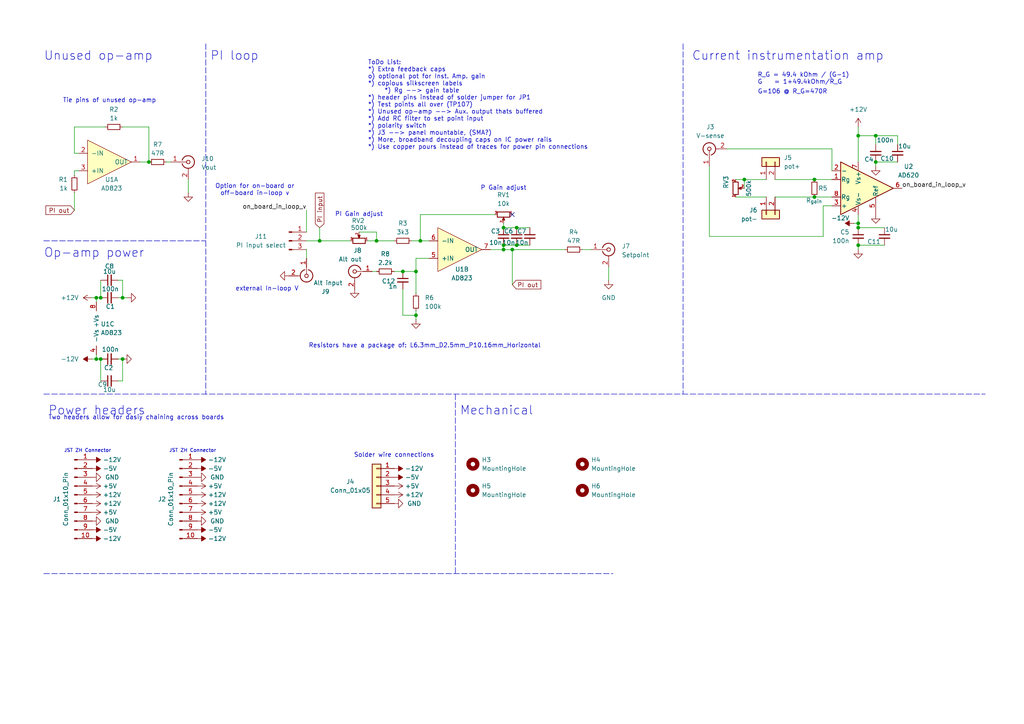
<source format=kicad_sch>
(kicad_sch (version 20231120) (generator "eeschema") (generator_version "8.0")
  (paper "A4")
  (title_block (title "???") (comment 2 "Compatible with Hammond Manufacturing series 1457"))
  (lib_symbols
    (symbol "Amplifier_Instrumentation:AD620" (pin_names (offset 0.127))
      (property "Reference" "U" (at 3.81 7.62 0))
      (property "Value" "AD620" (at 5.08 5.08 0))
      (symbol "AD620_0_1"
        (polyline (pts (xy -7.62 7.62) (xy -7.62 -7.62) (xy 7.62 0) (xy -7.62 7.62)) (stroke (width 0.254)) (fill (type background)))
      )
      (symbol "AD620_1_1"
        (pin passive line (at -10.16 2.54 0) (length 2.54) (name "Rg") (number "1"))
        (pin input line (at -10.16 5.08 0) (length 2.54) (name "-") (number "2"))
        (pin input line (at -10.16 -5.08 0) (length 2.54) (name "+") (number "3"))
        (pin power_in line (at -2.54 -7.62 90) (length 2.54) (name "Vs-") (number "4"))
        (pin passive line (at 2.54 -7.62 90) (length 5.08) (name "Ref") (number "5"))
        (pin output line (at 10.16 0 180) (length 2.54) (name "~") (number "6"))
        (pin power_in line (at -2.54 7.62 270) (length 2.54) (name "Vs+") (number "7"))
        (pin passive line (at -10.16 -2.54 0) (length 2.54) (name "Rg") (number "8"))
      )
    )
    (symbol "Connector:Conn_01x03_Pin" (pin_names (offset 1.016) hide)
      (property "Reference" "J" (at 0 5.08 0))
      (property "Value" "Conn_01x03_Pin" (at 0 -5.08 0))
      (symbol "Conn_01x03_Pin_1_1"
        (polyline (pts (xy 1.27 -2.54) (xy 0.8636 -2.54)) (stroke (width 0.1524)))
        (polyline (pts (xy 1.27 0) (xy 0.8636 0)) (stroke (width 0.1524)))
        (polyline (pts (xy 1.27 2.54) (xy 0.8636 2.54)) (stroke (width 0.1524)))
        (rectangle (start 0.8636 -2.413) (end 0 -2.667) (stroke (width 0.1524)) (fill (type outline)))
        (rectangle (start 0.8636 0.127) (end 0 -0.127) (stroke (width 0.1524)) (fill (type outline)))
        (rectangle (start 0.8636 2.667) (end 0 2.413) (stroke (width 0.1524)) (fill (type outline)))
        (pin passive line (at 5.08 2.54 180) (length 3.81) (name "Pin_1") (number "1"))
        (pin passive line (at 5.08 0 180) (length 3.81) (name "Pin_2") (number "2"))
        (pin passive line (at 5.08 -2.54 180) (length 3.81) (name "Pin_3") (number "3"))
      )
    )
    (symbol "Connector:Conn_01x10_Pin" (pin_names (offset 1.016) hide)
      (property "Reference" "J" (at 0 12.7 0))
      (property "Value" "Conn_01x10_Pin" (at 0 -15.24 0))
      (symbol "Conn_01x10_Pin_1_1"
        (polyline (pts (xy 1.27 -12.7) (xy 0.8636 -12.7)) (stroke (width 0.1524)))
        (polyline (pts (xy 1.27 -10.16) (xy 0.8636 -10.16)) (stroke (width 0.1524)))
        (polyline (pts (xy 1.27 -7.62) (xy 0.8636 -7.62)) (stroke (width 0.1524)))
        (polyline (pts (xy 1.27 -5.08) (xy 0.8636 -5.08)) (stroke (width 0.1524)))
        (polyline (pts (xy 1.27 -2.54) (xy 0.8636 -2.54)) (stroke (width 0.1524)))
        (polyline (pts (xy 1.27 0) (xy 0.8636 0)) (stroke (width 0.1524)))
        (polyline (pts (xy 1.27 2.54) (xy 0.8636 2.54)) (stroke (width 0.1524)))
        (polyline (pts (xy 1.27 5.08) (xy 0.8636 5.08)) (stroke (width 0.1524)))
        (polyline (pts (xy 1.27 7.62) (xy 0.8636 7.62)) (stroke (width 0.1524)))
        (polyline (pts (xy 1.27 10.16) (xy 0.8636 10.16)) (stroke (width 0.1524)))
        (rectangle (start 0.8636 -12.573) (end 0 -12.827) (stroke (width 0.1524)) (fill (type outline)))
        (rectangle (start 0.8636 -10.033) (end 0 -10.287) (stroke (width 0.1524)) (fill (type outline)))
        (rectangle (start 0.8636 -7.493) (end 0 -7.747) (stroke (width 0.1524)) (fill (type outline)))
        (rectangle (start 0.8636 -4.953) (end 0 -5.207) (stroke (width 0.1524)) (fill (type outline)))
        (rectangle (start 0.8636 -2.413) (end 0 -2.667) (stroke (width 0.1524)) (fill (type outline)))
        (rectangle (start 0.8636 0.127) (end 0 -0.127) (stroke (width 0.1524)) (fill (type outline)))
        (rectangle (start 0.8636 2.667) (end 0 2.413) (stroke (width 0.1524)) (fill (type outline)))
        (rectangle (start 0.8636 5.207) (end 0 4.953) (stroke (width 0.1524)) (fill (type outline)))
        (rectangle (start 0.8636 7.747) (end 0 7.493) (stroke (width 0.1524)) (fill (type outline)))
        (rectangle (start 0.8636 10.287) (end 0 10.033) (stroke (width 0.1524)) (fill (type outline)))
        (pin passive line (at 5.08 10.16 180) (length 3.81) (name "Pin_1") (number "1"))
        (pin passive line (at 5.08 -12.7 180) (length 3.81) (name "Pin_10") (number "10"))
        (pin passive line (at 5.08 7.62 180) (length 3.81) (name "Pin_2") (number "2"))
        (pin passive line (at 5.08 5.08 180) (length 3.81) (name "Pin_3") (number "3"))
        (pin passive line (at 5.08 2.54 180) (length 3.81) (name "Pin_4") (number "4"))
        (pin passive line (at 5.08 0 180) (length 3.81) (name "Pin_5") (number "5"))
        (pin passive line (at 5.08 -2.54 180) (length 3.81) (name "Pin_6") (number "6"))
        (pin passive line (at 5.08 -5.08 180) (length 3.81) (name "Pin_7") (number "7"))
        (pin passive line (at 5.08 -7.62 180) (length 3.81) (name "Pin_8") (number "8"))
        (pin passive line (at 5.08 -10.16 180) (length 3.81) (name "Pin_9") (number "9"))
      )
    )
    (symbol "Connector:Conn_Coaxial" (pin_names (offset 1.016) hide)
      (property "Reference" "J" (at 0.254 3.048 0))
      (property "Value" "Conn_Coaxial" (at 2.921 0 90))
      (symbol "Conn_Coaxial_0_1"
        (arc (start -1.778 -0.508) (mid 0.2311 -1.8066) (end 1.778 0) (stroke (width 0.254)))
        (polyline (pts (xy -2.54 0) (xy -0.508 0)))
        (polyline (pts (xy 0 -2.54) (xy 0 -1.778)))
        (circle (center 0 0) (radius 0.508) (stroke (width 0.2032)))
        (arc (start 1.778 0) (mid 0.2099 1.8101) (end -1.778 0.508) (stroke (width 0.254)))
      )
      (symbol "Conn_Coaxial_1_1"
        (pin passive line (at -5.08 0 0) (length 2.54) (name "In") (number "1"))
        (pin passive line (at 0 -5.08 90) (length 2.54) (name "Ext") (number "2"))
      )
    )
    (symbol "Connector_Generic:Conn_01x02" (pin_names (offset 1.016) hide)
      (property "Reference" "J" (at 0 2.54 0))
      (property "Value" "Conn_01x02" (at 0 -5.08 0))
      (symbol "Conn_01x02_1_1"
        (rectangle (start -1.27 -2.413) (end 0 -2.667) (stroke (width 0.1524)))
        (rectangle (start -1.27 0.127) (end 0 -0.127) (stroke (width 0.1524)))
        (rectangle (start -1.27 1.27) (end 1.27 -3.81) (stroke (width 0.254)) (fill (type background)))
        (pin passive line (at -5.08 0 0) (length 3.81) (name "Pin_1") (number "1"))
        (pin passive line (at -5.08 -2.54 0) (length 3.81) (name "Pin_2") (number "2"))
      )
    )
    (symbol "Connector_Generic:Conn_01x05" (pin_names (offset 1.016) hide)
      (property "Reference" "J" (at 0 7.62 0))
      (property "Value" "Conn_01x05" (at 0 -7.62 0))
      (symbol "Conn_01x05_1_1"
        (rectangle (start -1.27 -4.953) (end 0 -5.207) (stroke (width 0.1524)))
        (rectangle (start -1.27 -2.413) (end 0 -2.667) (stroke (width 0.1524)))
        (rectangle (start -1.27 0.127) (end 0 -0.127) (stroke (width 0.1524)))
        (rectangle (start -1.27 2.667) (end 0 2.413) (stroke (width 0.1524)))
        (rectangle (start -1.27 5.207) (end 0 4.953) (stroke (width 0.1524)))
        (rectangle (start -1.27 6.35) (end 1.27 -6.35) (stroke (width 0.254)) (fill (type background)))
        (pin passive line (at -5.08 5.08 0) (length 3.81) (name "Pin_1") (number "1"))
        (pin passive line (at -5.08 2.54 0) (length 3.81) (name "Pin_2") (number "2"))
        (pin passive line (at -5.08 0 0) (length 3.81) (name "Pin_3") (number "3"))
        (pin passive line (at -5.08 -2.54 0) (length 3.81) (name "Pin_4") (number "4"))
        (pin passive line (at -5.08 -5.08 0) (length 3.81) (name "Pin_5") (number "5"))
      )
    )
    (symbol "Device:C_Small" (pin_numbers hide) (pin_names (offset 0.254) hide)
      (property "Reference" "C" (at 0.254 1.778 0))
      (property "Value" "C_Small" (at 0.254 -2.032 0))
      (symbol "C_Small_0_1"
        (polyline (pts (xy -1.524 -0.508) (xy 1.524 -0.508)) (stroke (width 0.3302)))
        (polyline (pts (xy -1.524 0.508) (xy 1.524 0.508)) (stroke (width 0.3048)))
      )
      (symbol "C_Small_1_1"
        (pin passive line (at 0 2.54 270) (length 2.032) (name "~") (number "1"))
        (pin passive line (at 0 -2.54 90) (length 2.032) (name "~") (number "2"))
      )
    )
    (symbol "Device:R_Potentiometer_Small" (pin_names (offset 1.016) hide)
      (property "Reference" "RV" (at -4.445 0 90))
      (property "Value" "R_Potentiometer_Small" (at -2.54 0 90))
      (symbol "R_Potentiometer_Small_0_1"
        (polyline (pts (xy 0.889 0) (xy 0.635 0) (xy 1.651 0.381) (xy 1.651 -0.381) (xy 0.635 0) (xy 0.889 0)) (fill (type outline)))
        (rectangle (start 0.762 1.8034) (end -0.762 -1.8034) (stroke (width 0.254)))
      )
      (symbol "R_Potentiometer_Small_1_1"
        (pin passive line (at 0 2.54 270) (length 0.635) (name "1") (number "1"))
        (pin passive line (at 2.54 0 180) (length 0.9906) (name "2") (number "2"))
        (pin passive line (at 0 -2.54 90) (length 0.635) (name "3") (number "3"))
      )
    )
    (symbol "Device:R_Small" (pin_numbers hide) (pin_names (offset 0.254) hide)
      (property "Reference" "R" (at 0.762 0.508 0))
      (property "Value" "R_Small" (at 0.762 -1.016 0))
      (symbol "R_Small_0_1"
        (rectangle (start -0.762 1.778) (end 0.762 -1.778) (stroke (width 0.2032)))
      )
      (symbol "R_Small_1_1"
        (pin passive line (at 0 2.54 270) (length 0.762) (name "~") (number "1"))
        (pin passive line (at 0 -2.54 90) (length 0.762) (name "~") (number "2"))
      )
    )
    (symbol "Mechanical:MountingHole" (pin_names (offset 1.016)) (exclude_from_sim yes) (in_bom no)
      (property "Reference" "H" (at 0 5.08 0))
      (property "Value" "MountingHole" (at 0 3.175 0))
      (symbol "MountingHole_0_1"
        (circle (center 0 0) (radius 1.27) (stroke (width 1.27)))
      )
    )
    (symbol "matterwaves:AD823" (pin_names (offset 1.016))
      (property "Reference" "U" (at -5.08 1.27 0))
      (property "Value" "AD823" (at -5.08 -1.27 0))
      (symbol "AD823_1_1"
        (polyline (pts (xy 5.08 0) (xy -7.62 -6.35) (xy -7.62 6.35) (xy 5.08 0)) (fill (type background)))
        (pin passive line (at 7.62 0 180) (length 2.54) (name "OUT") (number "1"))
        (pin passive line (at -10.16 2.54 0) (length 2.54) (name "-IN") (number "2"))
        (pin passive line (at -10.16 -2.54 0) (length 2.54) (name "+IN") (number "3"))
      )
      (symbol "AD823_2_1"
        (polyline (pts (xy 5.08 0) (xy -7.62 -6.35) (xy -7.62 6.35) (xy 5.08 0)) (fill (type background)))
        (pin passive line (at -10.16 -2.54 0) (length 2.54) (name "+IN") (number "5"))
        (pin passive line (at -10.16 2.54 0) (length 2.54) (name "-IN") (number "6"))
        (pin passive line (at 7.62 0 180) (length 2.54) (name "OUT") (number "7"))
      )
      (symbol "AD823_3_1"
        (pin passive line (at 0 -7.62 90) (length 2.54) (name "-Vs") (number "4"))
        (pin passive line (at 0 7.62 270) (length 2.54) (name "+Vs") (number "8"))
      )
    )
    (symbol "power:+12V" (power) (pin_numbers hide) (pin_names (offset 0) hide)
      (property "Value" "+12V" (at 0 3.556 0))
      (symbol "+12V_0_1"
        (polyline (pts (xy -0.762 1.27) (xy 0 2.54)))
        (polyline (pts (xy 0 0) (xy 0 2.54)))
        (polyline (pts (xy 0 2.54) (xy 0.762 1.27)))
      )
      (symbol "+12V_1_1"
        (pin power_in line (at 0 0 90) (length 0) (name "~") (number "1"))
      )
    )
    (symbol "power:+5V" (power) (pin_numbers hide) (pin_names (offset 0) hide)
      (property "Value" "+5V" (at 0 3.556 0))
      (symbol "+5V_0_1"
        (polyline (pts (xy -0.762 1.27) (xy 0 2.54)))
        (polyline (pts (xy 0 0) (xy 0 2.54)))
        (polyline (pts (xy 0 2.54) (xy 0.762 1.27)))
      )
      (symbol "+5V_1_1"
        (pin power_in line (at 0 0 90) (length 0) (name "~") (number "1"))
      )
    )
    (symbol "power:-12V" (power) (pin_numbers hide) (pin_names (offset 0) hide)
      (property "Value" "-12V" (at 0 3.556 0))
      (symbol "-12V_0_0"
        (pin power_in line (at 0 0 90) (length 0) (name "~") (number "1"))
      )
      (symbol "-12V_0_1"
        (polyline (pts (xy 0 0) (xy 0 1.27) (xy 0.762 1.27) (xy 0 2.54) (xy -0.762 1.27) (xy 0 1.27)) (fill (type outline)))
      )
    )
    (symbol "power:-5V" (power) (pin_numbers hide) (pin_names (offset 0) hide)
      (property "Value" "-5V" (at 0 3.556 0))
      (symbol "-5V_0_0"
        (pin power_in line (at 0 0 90) (length 0) (name "~") (number "1"))
      )
      (symbol "-5V_0_1"
        (polyline (pts (xy 0 0) (xy 0 1.27) (xy 0.762 1.27) (xy 0 2.54) (xy -0.762 1.27) (xy 0 1.27)) (fill (type outline)))
      )
    )
    (symbol "power:GND" (power) (pin_numbers hide) (pin_names (offset 0) hide)
      (property "Value" "GND" (at 0 -3.81 0))
      (symbol "GND_0_1"
        (polyline (pts (xy 0 0) (xy 0 -1.27) (xy 1.27 -1.27) (xy 0 -2.54) (xy -1.27 -1.27) (xy 0 -1.27)))
      )
      (symbol "GND_1_1"
        (pin power_in line (at 0 0 270) (length 0) (name "~") (number "1"))
      )
    )
  )
  (junction (at 148.59 72.39))
  (junction (at 109.22 69.85))
  (junction (at 121.92 69.85))
  (junction (at 35.56 104.14))
  (junction (at 254 46.99))
  (junction (at 146.05 72.39))
  (junction (at 146.05 66.04))
  (junction (at 27.94 104.14))
  (junction (at 92.71 69.85))
  (junction (at 215.9 52.07))
  (junction (at 236.22 52.07))
  (junction (at 254 39.37))
  (junction (at 149.86 66.04))
  (junction (at 27.94 86.36))
  (junction (at 248.92 64.77))
  (junction (at 248.92 39.37))
  (junction (at 248.92 66.04))
  (junction (at 236.22 57.15))
  (junction (at 43.18 46.99))
  (junction (at 149.86 71.12))
  (junction (at 116.84 78.74))
  (junction (at 248.92 71.12))
  (junction (at 120.65 91.44))
  (junction (at 120.65 78.74))
  (junction (at 29.21 104.14))
  (junction (at 29.21 86.36))
  (junction (at 35.56 86.36))
  (junction (at 146.05 71.12))
  (no_connect (at 148.59 62.23))
  (wire (pts (xy 88.9 72.39) (xy 88.9 74.93)))
  (wire (pts (xy 210.82 43.18) (xy 241.3 43.18)))
  (wire (pts (xy 36.83 86.36) (xy 35.56 86.36)))
  (wire (pts (xy 236.22 52.07) (xy 241.3 52.07)))
  (wire (pts (xy 238.76 68.58) (xy 238.76 59.69)))
  (wire (pts (xy 254 41.91) (xy 254 39.37)))
  (polyline (pts (xy 59.69 12.7) (xy 59.69 114.3)) (stroke (width 0) (type dash)))
  (wire (pts (xy 248.92 72.39) (xy 248.92 71.12)))
  (polyline (pts (xy 12.7 166.37) (xy 177.8 166.37)) (stroke (width 0) (type dash)))
  (wire (pts (xy 30.48 36.83) (xy 21.59 36.83)))
  (wire (pts (xy 35.56 104.14) (xy 35.56 110.49)))
  (wire (pts (xy 176.53 77.47) (xy 176.53 81.28)))
  (wire (pts (xy 241.3 43.18) (xy 241.3 49.53)))
  (wire (pts (xy 248.92 36.83) (xy 248.92 39.37)))
  (wire (pts (xy 109.22 69.85) (xy 106.68 69.85)))
  (wire (pts (xy 116.84 91.44) (xy 120.65 91.44)))
  (wire (pts (xy 88.9 60.96) (xy 88.9 67.31)))
  (wire (pts (xy 43.18 36.83) (xy 43.18 46.99)))
  (polyline (pts (xy 12.7 69.85) (xy 59.69 69.85)) (stroke (width 0) (type dash)))
  (wire (pts (xy 21.59 36.83) (xy 21.59 44.45)))
  (wire (pts (xy 116.84 78.74) (xy 120.65 78.74)))
  (wire (pts (xy 146.05 71.12) (xy 146.05 72.39)))
  (wire (pts (xy 120.65 78.74) (xy 120.65 85.09)))
  (wire (pts (xy 142.24 72.39) (xy 146.05 72.39)))
  (wire (pts (xy 205.74 68.58) (xy 238.76 68.58)))
  (wire (pts (xy 254 39.37) (xy 248.92 39.37)))
  (wire (pts (xy 254 48.26) (xy 254 46.99)))
  (wire (pts (xy 92.71 66.04) (xy 92.71 69.85)))
  (wire (pts (xy 109.22 67.31) (xy 109.22 69.85)))
  (wire (pts (xy 34.29 81.28) (xy 35.56 81.28)))
  (wire (pts (xy 248.92 62.23) (xy 248.92 64.77)))
  (wire (pts (xy 120.65 91.44) (xy 120.65 92.71)))
  (wire (pts (xy 27.94 104.14) (xy 26.67 104.14)))
  (wire (pts (xy 121.92 69.85) (xy 121.92 62.23)))
  (wire (pts (xy 236.22 57.15) (xy 241.3 57.15)))
  (wire (pts (xy 114.3 78.74) (xy 116.84 78.74)))
  (wire (pts (xy 213.36 52.07) (xy 215.9 52.07)))
  (wire (pts (xy 248.92 66.04) (xy 256.54 66.04)))
  (wire (pts (xy 120.65 74.93) (xy 124.46 74.93)))
  (wire (pts (xy 121.92 62.23) (xy 143.51 62.23)))
  (wire (pts (xy 35.56 36.83) (xy 43.18 36.83)))
  (wire (pts (xy 27.94 86.36) (xy 29.21 86.36)))
  (wire (pts (xy 149.86 66.04) (xy 153.67 66.04)))
  (polyline (pts (xy 132.08 114.3) (xy 132.08 166.37)) (stroke (width 0) (type dash)))
  (polyline (pts (xy 12.7 114.3) (xy 285.75 114.3)) (stroke (width 0) (type dash)))
  (wire (pts (xy 48.26 46.99) (xy 49.53 46.99)))
  (wire (pts (xy 29.21 104.14) (xy 29.21 110.49)))
  (wire (pts (xy 224.79 57.15) (xy 236.22 57.15)))
  (wire (pts (xy 248.92 39.37) (xy 248.92 46.99)))
  (wire (pts (xy 35.56 104.14) (xy 34.29 104.14)))
  (wire (pts (xy 254 46.99) (xy 260.35 46.99)))
  (wire (pts (xy 119.38 69.85) (xy 121.92 69.85)))
  (wire (pts (xy 146.05 71.12) (xy 149.86 71.12)))
  (wire (pts (xy 215.9 52.07) (xy 215.9 54.61)))
  (wire (pts (xy 260.35 39.37) (xy 254 39.37)))
  (wire (pts (xy 146.05 64.77) (xy 146.05 66.04)))
  (wire (pts (xy 120.65 90.17) (xy 120.65 91.44)))
  (wire (pts (xy 260.35 41.91) (xy 260.35 39.37)))
  (wire (pts (xy 92.71 69.85) (xy 101.6 69.85)))
  (wire (pts (xy 21.59 44.45) (xy 22.86 44.45)))
  (wire (pts (xy 27.94 104.14) (xy 29.21 104.14)))
  (wire (pts (xy 27.94 86.36) (xy 27.94 87.63)))
  (wire (pts (xy 248.92 64.77) (xy 247.65 64.77)))
  (wire (pts (xy 168.91 72.39) (xy 171.45 72.39)))
  (wire (pts (xy 88.9 69.85) (xy 92.71 69.85)))
  (wire (pts (xy 213.36 57.15) (xy 222.25 57.15)))
  (wire (pts (xy 248.92 64.77) (xy 248.92 66.04)))
  (wire (pts (xy 238.76 59.69) (xy 241.3 59.69)))
  (wire (pts (xy 109.22 69.85) (xy 114.3 69.85)))
  (wire (pts (xy 120.65 74.93) (xy 120.65 78.74)))
  (wire (pts (xy 43.18 46.99) (xy 40.64 46.99)))
  (wire (pts (xy 116.84 83.82) (xy 116.84 91.44)))
  (wire (pts (xy 215.9 52.07) (xy 222.25 52.07)))
  (wire (pts (xy 146.05 66.04) (xy 149.86 66.04)))
  (wire (pts (xy 27.94 102.87) (xy 27.94 104.14)))
  (wire (pts (xy 149.86 71.12) (xy 153.67 71.12)))
  (wire (pts (xy 35.56 81.28) (xy 35.56 86.36)))
  (wire (pts (xy 248.92 71.12) (xy 256.54 71.12)))
  (wire (pts (xy 35.56 110.49) (xy 34.29 110.49)))
  (wire (pts (xy 148.59 72.39) (xy 148.59 82.55)))
  (wire (pts (xy 21.59 55.88) (xy 21.59 60.96)))
  (wire (pts (xy 148.59 72.39) (xy 163.83 72.39)))
  (wire (pts (xy 104.14 67.31) (xy 109.22 67.31)))
  (wire (pts (xy 205.74 48.26) (xy 205.74 68.58)))
  (wire (pts (xy 121.92 69.85) (xy 124.46 69.85)))
  (wire (pts (xy 54.61 52.07) (xy 54.61 55.88)))
  (wire (pts (xy 107.95 78.74) (xy 109.22 78.74)))
  (wire (pts (xy 22.86 49.53) (xy 21.59 49.53)))
  (wire (pts (xy 26.67 86.36) (xy 27.94 86.36)))
  (wire (pts (xy 21.59 49.53) (xy 21.59 50.8)))
  (wire (pts (xy 29.21 81.28) (xy 29.21 86.36)))
  (polyline (pts (xy 198.12 12.7) (xy 198.12 114.3)) (stroke (width 0) (type dash)))
  (wire (pts (xy 224.79 52.07) (xy 236.22 52.07)))
  (wire (pts (xy 146.05 72.39) (xy 148.59 72.39)))
  (wire (pts (xy 35.56 86.36) (xy 34.29 86.36)))
  (text "Solder wire connections" (at 114.3 132.08 0) (effects (font (size 1.27 1.27))))
  (text "Resistors have a package of: L6.3mm_D2.5mm_P10.16mm_Horizontal\n" (at 123.19 100.33 0) (effects (font (size 1.27 1.27))))
  (text "Current instrumentation amp" (at 200.66 17.78 0) (effects (font (size 2.54 2.54)) (justify left bottom)))
  (text "ToDo List:\n*) Extra feedback caps\no) optional pot for Inst. Amp. gain\n*) copious silkscreen labels\n	*) Rg --> gain table\n*) header pins instead of solder jumper for JP1\n*) Test points all over (TP107)\n*) Unused op-amp --> Aux. output thats buffered\n*) Add RC filter to set point input\n*) polarity switch\n*) J3 --> panel mountable, (SMA?)\n*) More, broadband decoupling caps on IC power rails\n*) Use copper pours instead of traces for power pin connections" (at 106.68 30.48 0) (effects (font (size 1.27 1.27)) (justify left)))
  (text "G=106 @ R_G=470R" (at 229.87 26.67 0) (effects (font (size 1.27 1.27))))
  (text "PI Gain adjust" (at 104.14 62.23 0) (effects (font (size 1.27 1.27))))
  (text "Tie pins of unused op-amp" (at 31.75 29.21 0) (effects (font (size 1.27 1.27))))
  (text "Option for on-board or\noff-board in-loop v" (at 73.914 55.118 0) (effects (font (size 1.27 1.27))))
  (text "Mechanical" (at 133.35 120.65 0) (effects (font (size 2.54 2.54)) (justify left bottom)))
  (text "JST ZH Connector" (at 55.88 130.81 0) (effects (font (size 1 1))))
  (text "external In-loop V" (at 77.47 83.82 0) (effects (font (size 1.27 1.27))))
  (text "Power headers" (at 13.97 120.65 0) (effects (font (size 2.54 2.54)) (justify left bottom)))
  (text "P Gain adjust" (at 146.05 54.61 0) (effects (font (size 1.27 1.27))))
  (text "Two headers allow for dasiy chaining across boards" (at 13.97 121.92 0) (effects (font (size 1.27 1.27)) (justify left bottom)))
  (text "PI loop" (at 60.96 17.78 0) (effects (font (size 2.54 2.54)) (justify left bottom)))
  (text "Op-amp power" (at 12.7 74.93 0) (effects (font (size 2.54 2.54)) (justify left bottom)))
  (text "JST ZH Connector" (at 25.4 130.81 0) (effects (font (size 1 1))))
  (text "R_G = 49.4 kOhm / (G-1)\nG 	= 1+49.4kOhm/R_G" (at 219.71 22.86 0) (effects (font (size 1.27 1.27)) (justify left)))
  (text "Unused op-amp" (at 12.7 17.78 0) (effects (font (size 2.54 2.54)) (justify left bottom)))
  (label "on_board_in_loop_v" (at 261.62 54.61 0))
  (label "on_board_in_loop_v" (at 88.9 60.96 180))
  (global_label "PI input" (shape input) (at 92.71 66.04 90) (property "Intersheetrefs" "${INTERSHEET_REFS}" (effects (hide yes))))
  (global_label "PI out" (shape input) (at 148.59 82.55 0) (property "Intersheetrefs" "${INTERSHEET_REFS}" (effects (hide yes))))
  (global_label "PI out" (shape input) (at 21.59 60.96 180) (property "Intersheetrefs" "${INTERSHEET_REFS}" (effects (hide yes))))
  (symbol (lib_id "power:-12V") (at 247.65 64.77 90) (unit 1)
    (property "Reference" "#PWR034" (effects (hide yes)))
    (property "Value" "-12V" (at 246.38 63.246 90) (effects (justify left)))
    (property "Description" "Power symbol creates a global label with name \"-12V\"" (effects (hide yes)))
  )
  (symbol (lib_id "power:-12V") (at 114.3 135.89 270) (unit 1)
    (property "Reference" "#PWR023" (effects (hide yes)))
    (property "Value" "-12V" (at 117.475 135.89 90) (effects (justify left)))
    (property "Description" "Power symbol creates a global label with name \"-12V\"" (effects (hide yes)))
  )
  (symbol (lib_id "Mechanical:MountingHole") (at 137.16 134.62 0) (unit 1) (exclude_from_sim yes) (in_bom no)
    (property "Reference" "H3" (at 139.7 133.3499 0) (effects (justify left)))
    (property "Value" "MountingHole" (at 139.7 135.8899 0) (effects (justify left)))
    (property "Footprint" "MountingHole:MountingHole_3.2mm_M3" (effects (hide yes)))
    (property "Description" "Mounting Hole without connection" (effects (hide yes)))
  )
  (symbol (lib_id "power:GND") (at 35.56 104.14 90) (unit 1)
    (property "Reference" "#PWR029" (effects (hide yes)))
    (property "Value" "GND" (effects (hide yes)))
    (property "Description" "Power symbol creates a global label with name \"GND\" , ground" (effects (hide yes)))
  )
  (symbol (lib_id "power:-12V") (at 57.15 156.21 270) (unit 1)
    (property "Reference" "#PWR020" (effects (hide yes)))
    (property "Value" "-12V" (at 60.325 156.21 90) (effects (justify left)))
    (property "Description" "Power symbol creates a global label with name \"-12V\"" (effects (hide yes)))
  )
  (symbol (lib_id "power:GND") (at 114.3 146.05 90) (unit 1)
    (property "Reference" "#PWR027" (effects (hide yes)))
    (property "Value" "GND" (at 118.11 146.05 90) (effects (justify right)))
    (property "Description" "Power symbol creates a global label with name \"GND\" , ground" (effects (hide yes)))
  )
  (symbol (lib_id "power:+12V") (at 26.67 86.36 90) (unit 1)
    (property "Reference" "#PWR022" (effects (hide yes)))
    (property "Value" "+12V" (at 22.86 86.3599 90) (effects (justify left)))
    (property "Description" "Power symbol creates a global label with name \"+12V\"" (effects (hide yes)))
  )
  (symbol (lib_id "power:+12V") (at 26.67 146.05 270) (unit 1)
    (property "Reference" "#PWR06" (effects (hide yes)))
    (property "Value" "+12V" (at 29.845 146.05 90) (effects (justify left)))
    (property "Description" "Power symbol creates a global label with name \"+12V\"" (effects (hide yes)))
  )
  (symbol (lib_id "power:GND") (at 57.15 151.13 90) (unit 1)
    (property "Reference" "#PWR018" (effects (hide yes)))
    (property "Value" "GND" (at 60.96 151.13 90) (effects (justify right)))
    (property "Description" "Power symbol creates a global label with name \"GND\" , ground" (effects (hide yes)))
  )
  (symbol (lib_id "Device:C_Small") (at 248.92 68.58 0) (unit 1)
    (property "Reference" "C5" (at 246.38 67.3162 0) (effects (justify right)))
    (property "Value" "100n" (at 246.38 69.8562 0) (effects (justify right)))
    (property "Footprint" "Capacitor_THT:C_Disc_D4.3mm_W1.9mm_P5.00mm" (effects (hide yes)))
    (property "Description" "Unpolarized capacitor, small symbol" (effects (hide yes)))
  )
  (symbol (lib_id "power:+5V") (at 26.67 140.97 270) (unit 1)
    (property "Reference" "#PWR04" (effects (hide yes)))
    (property "Value" "+5V" (at 29.845 140.97 90) (effects (justify left)))
    (property "Description" "Power symbol creates a global label with name \"+5V\"" (effects (hide yes)))
  )
  (symbol (lib_id "Amplifier_Instrumentation:AD620") (at 251.46 54.61 0) (unit 1)
    (property "Reference" "U2" (at 263.525 48.2914 0))
    (property "Value" "AD620" (at 263.525 50.8314 0))
    (property "Footprint" "Package_DIP:DIP-8_W7.62mm_Socket_LongPads" (effects (hide yes)))
    (property "Datasheet" "https://www.analog.com/media/en/technical-documentation/data-sheets/AD620.pdf" (effects (hide yes)))
    (property "Description" "Low Cost, Low Power, Instrumentation Amplifier, DIP-8/SOIC-8" (effects (hide yes)))
  )
  (symbol (lib_id "matterwaves:AD823") (at 134.62 72.39 0) (unit 2)
    (property "Reference" "U1" (at 133.985 78.105 0))
    (property "Value" "AD823" (at 133.985 80.645 0))
    (property "Footprint" "Package_DIP:DIP-8_W7.62mm_Socket_LongPads" (effects (hide yes)))
  )
  (symbol (lib_id "power:+12V") (at 57.15 143.51 270) (unit 1)
    (property "Reference" "#PWR015" (effects (hide yes)))
    (property "Value" "+12V" (at 60.325 143.51 90) (effects (justify left)))
    (property "Description" "Power symbol creates a global label with name \"+12V\"" (effects (hide yes)))
  )
  (symbol (lib_id "Device:C_Small") (at 31.75 81.28 90) (unit 1)
    (property "Reference" "C8" (at 31.75 77.216 90))
    (property "Value" "10u" (at 31.75 78.74 90))
    (property "Footprint" "Capacitor_THT:C_Disc_D4.3mm_W1.9mm_P5.00mm" (effects (hide yes)))
    (property "Description" "Unpolarized capacitor, small symbol" (effects (hide yes)))
  )
  (symbol (lib_id "Connector:Conn_Coaxial") (at 102.87 78.74 0) (mirror y) (unit 1)
    (property "Reference" "J8" (at 104.902 72.644 0) (effects (justify left)))
    (property "Value" "Alt out" (at 104.902 75.184 0) (effects (justify left)))
    (property "Footprint" "Connector_Coaxial:SMA_Amphenol_132289_EdgeMount" (effects (hide yes)))
    (property "Description" "coaxial connector (BNC, SMA, SMB, SMC, Cinch/RCA, LEMO, ...)" (effects (hide yes)))
    (property "Digikey PN" "ACX1426-ND" (effects (hide yes)))
  )
  (symbol (lib_id "Connector:Conn_Coaxial") (at 54.61 46.99 0) (unit 1)
    (property "Reference" "J10" (at 58.42 46.0131 0) (effects (justify left)))
    (property "Value" "Vout" (at 58.42 48.5531 0) (effects (justify left)))
    (property "Footprint" "Connector_Coaxial:SMA_Amphenol_132289_EdgeMount" (effects (hide yes)))
    (property "Description" "coaxial connector (BNC, SMA, SMB, SMC, Cinch/RCA, LEMO, ...)" (effects (hide yes)))
    (property "Digikey PN" "ACX1426-ND" (effects (hide yes)))
  )
  (symbol (lib_id "Connector:Conn_Coaxial") (at 176.53 72.39 0) (unit 1)
    (property "Reference" "J7" (at 180.34 71.4131 0) (effects (justify left)))
    (property "Value" "Setpoint" (at 180.34 73.9531 0) (effects (justify left)))
    (property "Footprint" "Connector_Coaxial:SMA_Amphenol_132289_EdgeMount" (effects (hide yes)))
    (property "Description" "coaxial connector (BNC, SMA, SMB, SMC, Cinch/RCA, LEMO, ...)" (effects (hide yes)))
    (property "Digikey PN" "ACX1426-ND" (effects (hide yes)))
  )
  (symbol (lib_id "power:GND") (at 26.67 138.43 90) (unit 1)
    (property "Reference" "#PWR03" (effects (hide yes)))
    (property "Value" "GND" (at 30.48 138.43 90) (effects (justify right)))
    (property "Description" "Power symbol creates a global label with name \"GND\" , ground" (effects (hide yes)))
  )
  (symbol (lib_id "Device:C_Small") (at 116.84 81.28 0) (unit 1)
    (property "Reference" "C12" (at 110.744 81.534 0) (effects (justify left)))
    (property "Value" "1n" (at 112.649 83.058 0) (effects (justify left)))
    (property "Footprint" "Capacitor_THT:C_Disc_D4.3mm_W1.9mm_P5.00mm" (effects (hide yes)))
    (property "Description" "Unpolarized capacitor, small symbol" (effects (hide yes)))
  )
  (symbol (lib_id "power:GND") (at 254 48.26 0) (unit 1)
    (property "Reference" "#PWR036" (effects (hide yes)))
    (property "Value" "GND" (effects (hide yes)))
    (property "Description" "Power symbol creates a global label with name \"GND\" , ground" (effects (hide yes)))
  )
  (symbol (lib_id "Device:C_Small") (at 260.35 44.45 0) (unit 1)
    (property "Reference" "C10" (at 257.302 45.974 0))
    (property "Value" "10u" (at 262.382 42.418 0))
    (property "Footprint" "Capacitor_THT:C_Disc_D4.3mm_W1.9mm_P5.00mm" (effects (hide yes)))
    (property "Description" "Unpolarized capacitor, small symbol" (effects (hide yes)))
  )
  (symbol (lib_id "Connector:Conn_01x10_Pin") (at 21.59 143.51 0) (unit 1)
    (property "Reference" "J1" (at 16.51 144.78 0))
    (property "Value" "Conn_01x10_Pin" (at 19.05 144.78 90))
    (property "Footprint" "Connector_JST:JST_ZH_B10B-ZR_1x10_P1.50mm_Vertical" (effects (hide yes)))
    (property "Description" "Generic connector, single row, 01x10, script generated" (effects (hide yes)))
    (property "Digikey PN" "455-S10B-ZR-ND" (effects (hide yes)))
  )
  (symbol (lib_id "Connector_Generic:Conn_01x05") (at 109.22 140.97 0) (mirror y) (unit 1)
    (property "Reference" "J4" (at 101.6 139.7 0))
    (property "Value" "Conn_01x05" (at 101.6 142.24 0))
    (property "Footprint" "Connector_Wire:SolderWire-0.75sqmm_1x05_P4.8mm_D1.25mm_OD2.3mm" (effects (hide yes)))
    (property "Description" "Generic connector, single row, 01x05, script generated (kicad-library-utils/schlib/autogen/connector/)" (effects (hide yes)))
  )
  (symbol (lib_id "power:+12V") (at 248.92 36.83 0) (unit 1)
    (property "Reference" "#PWR033" (effects (hide yes)))
    (property "Value" "+12V" (at 248.92 31.75 0))
    (property "Description" "Power symbol creates a global label with name \"+12V\"" (effects (hide yes)))
  )
  (symbol (lib_id "power:+5V") (at 57.15 140.97 270) (unit 1)
    (property "Reference" "#PWR014" (effects (hide yes)))
    (property "Value" "+5V" (at 60.325 140.97 90) (effects (justify left)))
    (property "Description" "Power symbol creates a global label with name \"+5V\"" (effects (hide yes)))
  )
  (symbol (lib_id "Device:R_Potentiometer_Small") (at 146.05 62.23 270) (unit 1)
    (property "Reference" "RV1" (at 146.05 56.515 90))
    (property "Value" "10k" (at 146.05 59.055 90))
    (property "Footprint" "Potentiometer_THT:Potentiometer_Bourns_3296W_Vertical" (effects (hide yes)))
    (property "Description" "Potentiometer" (effects (hide yes)))
  )
  (symbol (lib_id "Connector:Conn_01x03_Pin") (at 83.82 69.85 0) (unit 1)
    (property "Reference" "J11" (at 75.692 68.58 0))
    (property "Value" "PI input select" (at 75.692 71.12 0))
    (property "Footprint" "Connector_PinHeader_2.54mm:PinHeader_1x03_P2.54mm_Vertical" (effects (hide yes)))
    (property "Description" "Generic connector, single row, 01x03, script generated" (effects (hide yes)))
  )
  (symbol (lib_id "Device:R_Small") (at 33.02 36.83 270) (mirror x) (unit 1)
    (property "Reference" "R2" (at 33.02 31.75 90))
    (property "Value" "1k" (at 33.02 34.29 90))
    (property "Footprint" "Resistor_THT:R_Axial_DIN0207_L6.3mm_D2.5mm_P10.16mm_Horizontal" (effects (hide yes)))
    (property "Description" "Resistor, small symbol" (effects (hide yes)))
  )
  (symbol (lib_id "power:+5V") (at 26.67 148.59 270) (unit 1)
    (property "Reference" "#PWR07" (effects (hide yes)))
    (property "Value" "+5V" (at 29.845 148.59 90) (effects (justify left)))
    (property "Description" "Power symbol creates a global label with name \"+5V\"" (effects (hide yes)))
  )
  (symbol (lib_id "Device:C_Small") (at 31.75 86.36 90) (unit 1)
    (property "Reference" "C1" (at 32.004 88.9 90))
    (property "Value" "100n" (at 32.004 83.82 90))
    (property "Footprint" "Capacitor_THT:C_Disc_D4.3mm_W1.9mm_P5.00mm" (effects (hide yes)))
    (property "Description" "Unpolarized capacitor, small symbol" (effects (hide yes)))
  )
  (symbol (lib_id "power:GND") (at 120.65 92.71 0) (unit 1)
    (property "Reference" "#PWR030" (effects (hide yes)))
    (property "Value" "GND" (effects (hide yes)))
    (property "Description" "Power symbol creates a global label with name \"GND\" , ground" (effects (hide yes)))
  )
  (symbol (lib_id "Device:C_Small") (at 146.05 68.58 0) (unit 1)
    (property "Reference" "C3" (at 142.367 67.056 0) (effects (justify left)))
    (property "Value" "10n" (at 141.859 70.358 0) (effects (justify left)))
    (property "Footprint" "Capacitor_THT:C_Disc_D4.3mm_W1.9mm_P5.00mm" (effects (hide yes)))
    (property "Description" "Unpolarized capacitor, small symbol" (effects (hide yes)))
  )
  (symbol (lib_id "power:-5V") (at 26.67 153.67 270) (unit 1)
    (property "Reference" "#PWR09" (effects (hide yes)))
    (property "Value" "-5V" (at 29.845 153.67 90) (effects (justify left)))
    (property "Description" "Power symbol creates a global label with name \"-5V\"" (effects (hide yes)))
  )
  (symbol (lib_id "Device:R_Potentiometer_Small") (at 104.14 69.85 270) (mirror x) (unit 1)
    (property "Reference" "RV2" (at 103.886 64.008 90))
    (property "Value" "500k" (at 104.14 66.04 90))
    (property "Footprint" "Potentiometer_THT:Potentiometer_Bourns_3296W_Vertical" (effects (hide yes)))
    (property "Description" "Potentiometer" (effects (hide yes)))
  )
  (symbol (lib_id "power:GND") (at 57.15 138.43 90) (unit 1)
    (property "Reference" "#PWR013" (effects (hide yes)))
    (property "Value" "GND" (at 60.96 138.43 90) (effects (justify right)))
    (property "Description" "Power symbol creates a global label with name \"GND\" , ground" (effects (hide yes)))
  )
  (symbol (lib_id "power:GND") (at 176.53 81.28 0) (unit 1)
    (property "Reference" "#PWR032" (effects (hide yes)))
    (property "Value" "GND" (at 176.53 86.36 0))
    (property "Description" "Power symbol creates a global label with name \"GND\" , ground" (effects (hide yes)))
  )
  (symbol (lib_id "power:GND") (at 26.67 151.13 90) (unit 1)
    (property "Reference" "#PWR08" (effects (hide yes)))
    (property "Value" "GND" (at 30.48 151.13 90) (effects (justify right)))
    (property "Description" "Power symbol creates a global label with name \"GND\" , ground" (effects (hide yes)))
  )
  (symbol (lib_id "power:GND") (at 83.82 80.01 270) (unit 1)
    (property "Reference" "#PWR037" (effects (hide yes)))
    (property "Value" "GND" (effects (hide yes)))
    (property "Description" "Power symbol creates a global label with name \"GND\" , ground" (effects (hide yes)))
  )
  (symbol (lib_id "Device:R_Small") (at 166.37 72.39 90) (unit 1)
    (property "Reference" "R4" (at 166.37 67.31 90))
    (property "Value" "47R" (at 166.37 69.85 90))
    (property "Footprint" "Resistor_THT:R_Axial_DIN0207_L6.3mm_D2.5mm_P10.16mm_Horizontal" (effects (hide yes)))
    (property "Description" "Resistor, small symbol" (effects (hide yes)))
  )
  (symbol (lib_id "Device:C_Small") (at 256.54 68.58 0) (unit 1)
    (property "Reference" "C11" (at 253.492 70.104 0))
    (property "Value" "10u" (at 258.572 66.548 0))
    (property "Footprint" "Capacitor_THT:C_Disc_D4.3mm_W1.9mm_P5.00mm" (effects (hide yes)))
    (property "Description" "Unpolarized capacitor, small symbol" (effects (hide yes)))
  )
  (symbol (lib_id "matterwaves:AD823") (at 27.94 95.25 0) (unit 3)
    (property "Reference" "U1" (at 29.21 93.9799 0) (effects (justify left)))
    (property "Value" "AD823" (at 29.21 96.5199 0) (effects (justify left)))
    (property "Footprint" "Package_DIP:DIP-8_W7.62mm_Socket_LongPads" (effects (hide yes)))
  )
  (symbol (lib_id "power:+12V") (at 57.15 146.05 270) (unit 1)
    (property "Reference" "#PWR016" (effects (hide yes)))
    (property "Value" "+12V" (at 60.325 146.05 90) (effects (justify left)))
    (property "Description" "Power symbol creates a global label with name \"+12V\"" (effects (hide yes)))
  )
  (symbol (lib_id "power:-5V") (at 57.15 153.67 270) (unit 1)
    (property "Reference" "#PWR019" (effects (hide yes)))
    (property "Value" "-5V" (at 60.325 153.67 90) (effects (justify left)))
    (property "Description" "Power symbol creates a global label with name \"-5V\"" (effects (hide yes)))
  )
  (symbol (lib_id "Device:C_Small") (at 31.75 104.14 90) (mirror x) (unit 1)
    (property "Reference" "C2" (at 31.496 106.68 90))
    (property "Value" "100n" (at 32.004 101.346 90))
    (property "Footprint" "Capacitor_THT:C_Disc_D4.3mm_W1.9mm_P5.00mm" (effects (hide yes)))
    (property "Description" "Unpolarized capacitor, small symbol" (effects (hide yes)))
  )
  (symbol (lib_id "power:GND") (at 102.87 83.82 0) (unit 1)
    (property "Reference" "#PWR031" (effects (hide yes)))
    (property "Value" "GND" (effects (hide yes)))
    (property "Description" "Power symbol creates a global label with name \"GND\" , ground" (effects (hide yes)))
  )
  (symbol (lib_id "power:-12V") (at 26.67 104.14 90) (unit 1)
    (property "Reference" "#PWR021" (effects (hide yes)))
    (property "Value" "-12V" (at 22.86 104.1399 90) (effects (justify left)))
    (property "Description" "Power symbol creates a global label with name \"-12V\"" (effects (hide yes)))
  )
  (symbol (lib_id "power:GND") (at 248.92 72.39 0) (unit 1)
    (property "Reference" "#PWR035" (effects (hide yes)))
    (property "Value" "GND" (effects (hide yes)))
    (property "Description" "Power symbol creates a global label with name \"GND\" , ground" (effects (hide yes)))
  )
  (symbol (lib_id "Device:R_Small") (at 236.22 54.61 0) (unit 1)
    (property "Reference" "R5" (at 240.03 54.61 0) (effects (justify right)))
    (property "Value" "R_{gain}" (at 238.506 58.166 0) (effects (justify right)))
    (property "Footprint" "Resistor_THT:R_Axial_DIN0207_L6.3mm_D2.5mm_P10.16mm_Horizontal" (effects (hide yes)))
    (property "Description" "Resistor, small symbol" (effects (hide yes)))
  )
  (symbol (lib_id "Device:C_Small") (at 31.75 110.49 90) (unit 1)
    (property "Reference" "C9" (at 29.718 111.506 90))
    (property "Value" "10u" (at 31.75 113.03 90))
    (property "Footprint" "Capacitor_THT:C_Disc_D4.3mm_W1.9mm_P5.00mm" (effects (hide yes)))
    (property "Description" "Unpolarized capacitor, small symbol" (effects (hide yes)))
  )
  (symbol (lib_id "power:GND") (at 54.61 55.88 0) (unit 1)
    (property "Reference" "#PWR039" (effects (hide yes)))
    (property "Value" "GND" (effects (hide yes)))
    (property "Description" "Power symbol creates a global label with name \"GND\" , ground" (effects (hide yes)))
  )
  (symbol (lib_id "Mechanical:MountingHole") (at 137.16 142.24 0) (unit 1) (exclude_from_sim yes) (in_bom no)
    (property "Reference" "H5" (at 139.7 140.9699 0) (effects (justify left)))
    (property "Value" "MountingHole" (at 139.7 143.5099 0) (effects (justify left)))
    (property "Footprint" "MountingHole:MountingHole_3.2mm_M3" (effects (hide yes)))
    (property "Description" "Mounting Hole without connection" (effects (hide yes)))
  )
  (symbol (lib_id "Device:R_Small") (at 116.84 69.85 90) (unit 1)
    (property "Reference" "R3" (at 116.84 64.77 90))
    (property "Value" "3k3" (at 116.84 67.31 90))
    (property "Footprint" "Resistor_THT:R_Axial_DIN0207_L6.3mm_D2.5mm_P10.16mm_Horizontal" (effects (hide yes)))
    (property "Description" "Resistor, small symbol" (effects (hide yes)))
  )
  (symbol (lib_id "Mechanical:MountingHole") (at 168.91 142.24 0) (unit 1) (exclude_from_sim yes) (in_bom no)
    (property "Reference" "H6" (at 171.45 140.9699 0) (effects (justify left)))
    (property "Value" "MountingHole" (at 171.45 143.5099 0) (effects (justify left)))
    (property "Footprint" "MountingHole:MountingHole_3.2mm_M3" (effects (hide yes)))
    (property "Description" "Mounting Hole without connection" (effects (hide yes)))
  )
  (symbol (lib_id "matterwaves:AD823") (at 33.02 46.99 0) (unit 1)
    (property "Reference" "U1" (at 32.385 52.07 0))
    (property "Value" "AD823" (at 32.385 54.61 0))
    (property "Footprint" "Package_DIP:DIP-8_W7.62mm_Socket_LongPads" (effects (hide yes)))
  )
  (symbol (lib_id "Device:C_Small") (at 254 44.45 180) (unit 1)
    (property "Reference" "C4" (at 250.698 46.228 0) (effects (justify right)))
    (property "Value" "100n" (at 254.254 40.64 0) (effects (justify right)))
    (property "Footprint" "Capacitor_THT:C_Disc_D4.3mm_W1.9mm_P5.00mm" (effects (hide yes)))
    (property "Description" "Unpolarized capacitor, small symbol" (effects (hide yes)))
  )
  (symbol (lib_id "power:-12V") (at 57.15 133.35 270) (unit 1)
    (property "Reference" "#PWR011" (effects (hide yes)))
    (property "Value" "-12V" (at 60.325 133.35 90) (effects (justify left)))
    (property "Description" "Power symbol creates a global label with name \"-12V\"" (effects (hide yes)))
  )
  (symbol (lib_id "Device:C_Small") (at 149.86 68.58 0) (unit 1)
    (property "Reference" "C6" (at 146.177 67.056 0) (effects (justify left)))
    (property "Value" "10n" (at 145.669 70.358 0) (effects (justify left)))
    (property "Footprint" "Capacitor_THT:C_Disc_D4.3mm_W1.9mm_P5.00mm" (effects (hide yes)))
    (property "Description" "Unpolarized capacitor, small symbol" (effects (hide yes)))
  )
  (symbol (lib_id "Device:R_Potentiometer_Small") (at 213.36 54.61 0) (mirror x) (unit 1)
    (property "Reference" "RV3" (at 210.566 52.832 90))
    (property "Value" "500k" (at 217.17 54.61 90))
    (property "Footprint" "Potentiometer_THT:Potentiometer_Bourns_3296W_Vertical" (effects (hide yes)))
    (property "Description" "Potentiometer" (effects (hide yes)))
  )
  (symbol (lib_id "power:+12V") (at 26.67 143.51 270) (unit 1)
    (property "Reference" "#PWR05" (effects (hide yes)))
    (property "Value" "+12V" (at 29.845 143.51 90) (effects (justify left)))
    (property "Description" "Power symbol creates a global label with name \"+12V\"" (effects (hide yes)))
  )
  (symbol (lib_id "Device:R_Small") (at 120.65 87.63 180) (unit 1)
    (property "Reference" "R6" (at 123.19 86.3599 0) (effects (justify right)))
    (property "Value" "100k" (at 123.19 88.8999 0) (effects (justify right)))
    (property "Footprint" "Resistor_THT:R_Axial_DIN0207_L6.3mm_D2.5mm_P10.16mm_Horizontal" (effects (hide yes)))
    (property "Description" "Resistor, small symbol" (effects (hide yes)))
  )
  (symbol (lib_id "power:-12V") (at 26.67 156.21 270) (unit 1)
    (property "Reference" "#PWR010" (effects (hide yes)))
    (property "Value" "-12V" (at 29.845 156.21 90) (effects (justify left)))
    (property "Description" "Power symbol creates a global label with name \"-12V\"" (effects (hide yes)))
  )
  (symbol (lib_id "Connector:Conn_Coaxial") (at 88.9 80.01 270) (unit 1)
    (property "Reference" "J9" (at 93.218 84.582 90) (effects (justify left)))
    (property "Value" "Alt input" (at 90.932 82.042 90) (effects (justify left)))
    (property "Footprint" "Connector_Coaxial:SMA_Amphenol_132289_EdgeMount" (effects (hide yes)))
    (property "Description" "coaxial connector (BNC, SMA, SMB, SMC, Cinch/RCA, LEMO, ...)" (effects (hide yes)))
    (property "Digikey PN" "ACX1426-ND" (effects (hide yes)))
  )
  (symbol (lib_id "power:-5V") (at 26.67 135.89 270) (unit 1)
    (property "Reference" "#PWR02" (effects (hide yes)))
    (property "Value" "-5V" (at 29.845 135.89 90) (effects (justify left)))
    (property "Description" "Power symbol creates a global label with name \"-5V\"" (effects (hide yes)))
  )
  (symbol (lib_id "Device:C_Small") (at 153.67 68.58 0) (unit 1)
    (property "Reference" "C7" (at 149.987 67.056 0) (effects (justify left)))
    (property "Value" "10n" (at 149.479 70.358 0) (effects (justify left)))
    (property "Footprint" "Capacitor_THT:C_Disc_D4.3mm_W1.9mm_P5.00mm" (effects (hide yes)))
    (property "Description" "Unpolarized capacitor, small symbol" (effects (hide yes)))
  )
  (symbol (lib_id "Mechanical:MountingHole") (at 168.91 134.62 0) (unit 1) (exclude_from_sim yes) (in_bom no)
    (property "Reference" "H4" (at 171.45 133.3499 0) (effects (justify left)))
    (property "Value" "MountingHole" (at 171.45 135.8899 0) (effects (justify left)))
    (property "Footprint" "MountingHole:MountingHole_3.2mm_M3" (effects (hide yes)))
    (property "Description" "Mounting Hole without connection" (effects (hide yes)))
  )
  (symbol (lib_id "power:+12V") (at 114.3 143.51 270) (unit 1)
    (property "Reference" "#PWR026" (effects (hide yes)))
    (property "Value" "+12V" (at 117.475 143.51 90) (effects (justify left)))
    (property "Description" "Power symbol creates a global label with name \"+12V\"" (effects (hide yes)))
  )
  (symbol (lib_id "Connector:Conn_Coaxial") (at 205.74 43.18 90) (unit 1)
    (property "Reference" "J3" (at 206.0332 36.83 90))
    (property "Value" "V-sense" (at 206.0332 39.37 90))
    (property "Footprint" "Connector_Coaxial:SMA_Amphenol_132289_EdgeMount" (effects (hide yes)))
    (property "Description" "coaxial connector (BNC, SMA, SMB, SMC, Cinch/RCA, LEMO, ...)" (effects (hide yes)))
    (property "Digikey PN" "ACX1426-ND" (effects (hide yes)))
  )
  (symbol (lib_id "power:GND") (at 254 62.23 0) (unit 1)
    (property "Reference" "#PWR038" (effects (hide yes)))
    (property "Value" "GND" (effects (hide yes)))
    (property "Description" "Power symbol creates a global label with name \"GND\" , ground" (effects (hide yes)))
  )
  (symbol (lib_id "power:-12V") (at 26.67 133.35 270) (unit 1)
    (property "Reference" "#PWR01" (effects (hide yes)))
    (property "Value" "-12V" (at 29.845 133.35 90) (effects (justify left)))
    (property "Description" "Power symbol creates a global label with name \"-12V\"" (effects (hide yes)))
  )
  (symbol (lib_id "power:-5V") (at 114.3 138.43 270) (unit 1)
    (property "Reference" "#PWR024" (effects (hide yes)))
    (property "Value" "-5V" (at 117.475 138.43 90) (effects (justify left)))
    (property "Description" "Power symbol creates a global label with name \"-5V\"" (effects (hide yes)))
  )
  (symbol (lib_id "Connector_Generic:Conn_01x02") (at 222.25 46.99 90) (unit 1)
    (property "Reference" "J5" (at 227.33 45.7199 90) (effects (justify right)))
    (property "Value" "pot+" (at 227.33 48.2599 90) (effects (justify right)))
    (property "Footprint" "Connector_PinHeader_2.54mm:PinHeader_1x02_P2.54mm_Vertical" (effects (hide yes)))
    (property "Description" "Generic connector, single row, 01x02, script generated (kicad-library-utils/schlib/autogen/connector/)" (effects (hide yes)))
  )
  (symbol (lib_id "Device:R_Small") (at 45.72 46.99 90) (unit 1)
    (property "Reference" "R7" (at 45.72 41.91 90))
    (property "Value" "47R" (at 45.72 44.45 90))
    (property "Footprint" "Resistor_THT:R_Axial_DIN0207_L6.3mm_D2.5mm_P10.16mm_Horizontal" (effects (hide yes)))
    (property "Description" "Resistor, small symbol" (effects (hide yes)))
  )
  (symbol (lib_id "power:+5V") (at 114.3 140.97 270) (unit 1)
    (property "Reference" "#PWR025" (effects (hide yes)))
    (property "Value" "+5V" (at 117.475 140.97 90) (effects (justify left)))
    (property "Description" "Power symbol creates a global label with name \"+5V\"" (effects (hide yes)))
  )
  (symbol (lib_id "Device:R_Small") (at 21.59 53.34 0) (mirror x) (unit 1)
    (property "Reference" "R1" (at 19.685 52.0699 0) (effects (justify right)))
    (property "Value" "1k" (at 19.685 54.6099 0) (effects (justify right)))
    (property "Footprint" "Resistor_THT:R_Axial_DIN0207_L6.3mm_D2.5mm_P10.16mm_Horizontal" (effects (hide yes)))
    (property "Description" "Resistor, small symbol" (effects (hide yes)))
  )
  (symbol (lib_id "power:+5V") (at 57.15 148.59 270) (unit 1)
    (property "Reference" "#PWR017" (effects (hide yes)))
    (property "Value" "+5V" (at 60.325 148.59 90) (effects (justify left)))
    (property "Description" "Power symbol creates a global label with name \"+5V\"" (effects (hide yes)))
  )
  (symbol (lib_id "Connector:Conn_01x10_Pin") (at 52.07 143.51 0) (unit 1)
    (property "Reference" "J2" (at 46.99 144.78 0))
    (property "Value" "Conn_01x10_Pin" (at 49.53 144.78 90))
    (property "Footprint" "Connector_JST:JST_ZH_B10B-ZR_1x10_P1.50mm_Vertical" (effects (hide yes)))
    (property "Description" "Generic connector, single row, 01x10, script generated" (effects (hide yes)))
    (property "Digikey PN" "455-S10B-ZR-ND" (effects (hide yes)))
  )
  (symbol (lib_id "power:GND") (at 36.83 86.36 90) (unit 1)
    (property "Reference" "#PWR028" (effects (hide yes)))
    (property "Value" "GND" (effects (hide yes)))
    (property "Description" "Power symbol creates a global label with name \"GND\" , ground" (effects (hide yes)))
  )
  (symbol (lib_id "power:-5V") (at 57.15 135.89 270) (unit 1)
    (property "Reference" "#PWR012" (effects (hide yes)))
    (property "Value" "-5V" (at 60.325 135.89 90) (effects (justify left)))
    (property "Description" "Power symbol creates a global label with name \"-5V\"" (effects (hide yes)))
  )
  (symbol (lib_id "Connector_Generic:Conn_01x02") (at 222.25 62.23 90) (mirror x) (unit 1)
    (property "Reference" "J6" (at 219.71 60.9599 90) (effects (justify left)))
    (property "Value" "pot-" (at 219.71 63.4999 90) (effects (justify left)))
    (property "Footprint" "Connector_PinHeader_2.54mm:PinHeader_1x02_P2.54mm_Vertical" (effects (hide yes)))
    (property "Description" "Generic connector, single row, 01x02, script generated (kicad-library-utils/schlib/autogen/connector/)" (effects (hide yes)))
  )
  (symbol (lib_id "Device:R_Small") (at 111.76 78.74 270) (unit 1)
    (property "Reference" "R8" (at 111.76 73.66 90))
    (property "Value" "2.2k" (at 111.76 76.2 90))
    (property "Footprint" "Resistor_THT:R_Axial_DIN0207_L6.3mm_D2.5mm_P10.16mm_Horizontal" (effects (hide yes)))
    (property "Description" "Resistor, small symbol" (effects (hide yes)))
  )
)
</source>
